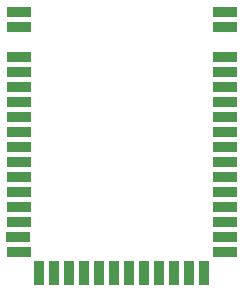
<source format=gbr>
G04 #@! TF.GenerationSoftware,KiCad,Pcbnew,(5.1.5)-3*
G04 #@! TF.CreationDate,2020-01-29T14:55:58+01:00*
G04 #@! TF.ProjectId,Adapter,41646170-7465-4722-9e6b-696361645f70,1*
G04 #@! TF.SameCoordinates,Original*
G04 #@! TF.FileFunction,Paste,Top*
G04 #@! TF.FilePolarity,Positive*
%FSLAX46Y46*%
G04 Gerber Fmt 4.6, Leading zero omitted, Abs format (unit mm)*
G04 Created by KiCad (PCBNEW (5.1.5)-3) date 2020-01-29 14:55:58*
%MOMM*%
%LPD*%
G04 APERTURE LIST*
%ADD10R,2.100000X0.900000*%
%ADD11R,0.900000X2.100000*%
G04 APERTURE END LIST*
D10*
X135673000Y-101899200D03*
X153173000Y-101899200D03*
X135673000Y-81579200D03*
X135673000Y-82849200D03*
X153173000Y-82849200D03*
X153173000Y-81579200D03*
X135673000Y-85389200D03*
X153173000Y-85389200D03*
D11*
X151403000Y-103649200D03*
X137443000Y-103649200D03*
D10*
X135647300Y-100629200D03*
X153173000Y-100629200D03*
X153173000Y-99359200D03*
X153173000Y-98089200D03*
X153173000Y-96819200D03*
X153173000Y-95549200D03*
X153173000Y-94279200D03*
X153173000Y-93009200D03*
X153173000Y-91739200D03*
X153173000Y-90469200D03*
X153173000Y-89199200D03*
X153173000Y-87929200D03*
X153173000Y-86659200D03*
X135673000Y-98089200D03*
X135673000Y-99359200D03*
X135673000Y-95549200D03*
X135673000Y-96819200D03*
X135673000Y-93009200D03*
X135673000Y-94279200D03*
X135673000Y-90469200D03*
X135673000Y-91739200D03*
X135673000Y-87929200D03*
X135673000Y-89199200D03*
X135673000Y-86659200D03*
D11*
X150133000Y-103649200D03*
X148863000Y-103649200D03*
X147593000Y-103649200D03*
X146323000Y-103649200D03*
X145053000Y-103649200D03*
X143783000Y-103649200D03*
X138703000Y-103649200D03*
X142513000Y-103649200D03*
X141243000Y-103649200D03*
X139978000Y-103649200D03*
M02*

</source>
